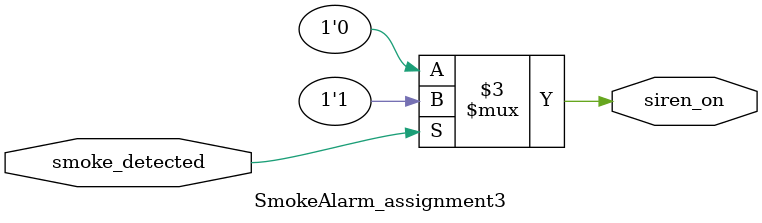
<source format=v>
`timescale 1ns / 1ps


module SmokeAlarm_assignment3(
    input wire smoke_detected,  // High if smoke is detected
    output reg siren_on         // High to turn on the siren
);

    always @(*) begin
        if (smoke_detected)
            siren_on = 1;    // Turn on the siren when smoke is detected
        else
            siren_on = 0;    // Turn off the siren otherwise
    end

endmodule
</source>
